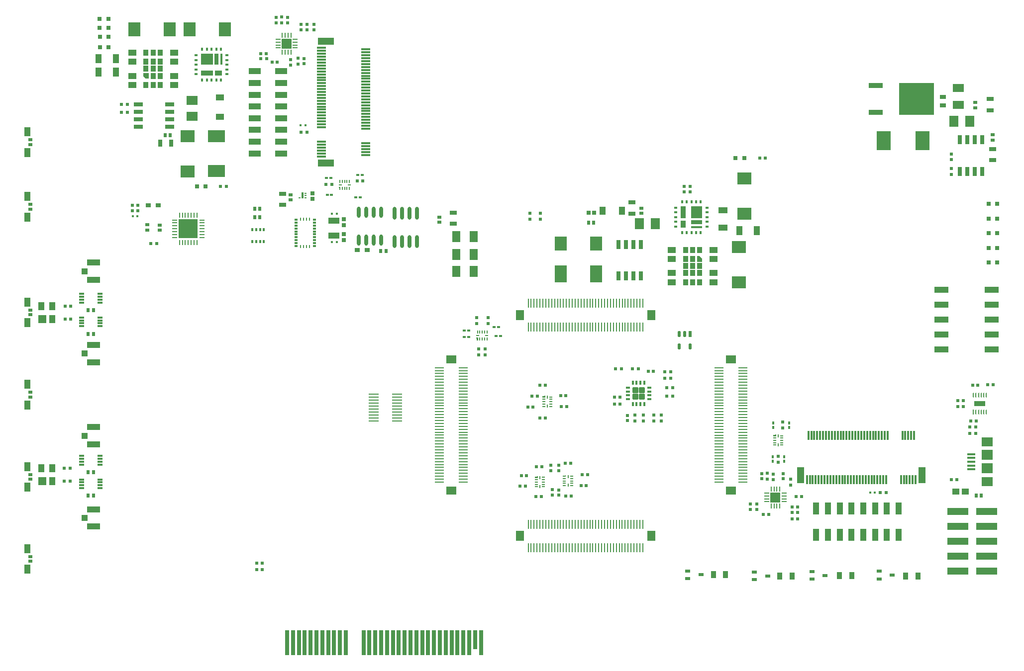
<source format=gtp>
G04*
G04 #@! TF.GenerationSoftware,Altium Limited,Altium Designer,24.4.1 (13)*
G04*
G04 Layer_Color=8421504*
%FSLAX44Y44*%
%MOMM*%
G71*
G04*
G04 #@! TF.SameCoordinates,2DCED30A-1E1E-443F-A63B-21E9B2F13A65*
G04*
G04*
G04 #@! TF.FilePolarity,Positive*
G04*
G01*
G75*
G04:AMPARAMS|DCode=30|XSize=0.939mm|YSize=0.939mm|CornerRadius=0.0517mm|HoleSize=0mm|Usage=FLASHONLY|Rotation=90.000|XOffset=0mm|YOffset=0mm|HoleType=Round|Shape=RoundedRectangle|*
%AMROUNDEDRECTD30*
21,1,0.9390,0.8357,0,0,90.0*
21,1,0.8357,0.9390,0,0,90.0*
1,1,0.1033,0.4179,0.4179*
1,1,0.1033,0.4179,-0.4179*
1,1,0.1033,-0.4179,-0.4179*
1,1,0.1033,-0.4179,0.4179*
%
%ADD30ROUNDEDRECTD30*%
%ADD31R,1.8231X0.9231*%
%ADD32R,0.5000X0.2000*%
%ADD33R,0.2000X0.5000*%
%ADD34R,0.5000X0.2000*%
%ADD35R,0.2000X0.5000*%
%ADD36R,0.9000X0.8000*%
%ADD37R,0.5000X0.6000*%
%ADD38R,0.6000X0.5000*%
%ADD39R,0.9000X1.2000*%
%ADD40R,1.0500X1.6000*%
%ADD41R,1.6000X1.0500*%
%ADD42R,0.6400X0.6000*%
%ADD43R,0.6000X0.6400*%
%ADD44R,1.3000X0.7000*%
%ADD45R,0.7000X1.3000*%
%ADD46R,1.5499X0.2499*%
%ADD47R,1.7000X1.3500*%
%ADD48R,1.3500X1.7000*%
%ADD49R,0.2499X1.5499*%
%ADD50R,0.9000X0.5000*%
%ADD51R,1.0000X0.7200*%
%ADD52R,0.7112X4.1910*%
%ADD53R,0.7112X3.2004*%
%ADD54R,0.5321X1.0383*%
G04:AMPARAMS|DCode=55|XSize=1.0383mm|YSize=0.5321mm|CornerRadius=0.2661mm|HoleSize=0mm|Usage=FLASHONLY|Rotation=270.000|XOffset=0mm|YOffset=0mm|HoleType=Round|Shape=RoundedRectangle|*
%AMROUNDEDRECTD55*
21,1,1.0383,0.0000,0,0,270.0*
21,1,0.5061,0.5321,0,0,270.0*
1,1,0.5321,0.0000,-0.2531*
1,1,0.5321,0.0000,0.2531*
1,1,0.5321,0.0000,0.2531*
1,1,0.5321,0.0000,-0.2531*
%
%ADD55ROUNDEDRECTD55*%
%ADD56O,0.6000X2.2000*%
%ADD57O,0.6000X1.9000*%
%ADD58R,0.4750X0.3500*%
%ADD59R,0.2500X0.4750*%
%ADD60R,0.3500X0.5000*%
%ADD61R,1.8000X0.2500*%
%ADD62R,1.0000X1.4000*%
%ADD63R,1.4000X1.4000*%
%ADD64R,1.1200X2.1050*%
%ADD65R,1.0500X1.0000*%
%ADD66R,2.2000X1.0500*%
%ADD67R,0.9000X0.2600*%
%ADD68R,0.2600X0.9000*%
%ADD69R,3.2500X3.2500*%
%ADD70R,0.8500X0.3000*%
%ADD71R,1.4500X1.9000*%
%ADD72R,1.1000X1.3500*%
%ADD73R,1.9900X2.3300*%
%ADD74R,0.7393X0.6725*%
%ADD75R,1.5000X1.8500*%
%ADD76R,0.9000X1.0000*%
%ADD77C,0.7413*%
%ADD78R,1.4000X1.0000*%
G04:AMPARAMS|DCode=79|XSize=1.55mm|YSize=0.6mm|CornerRadius=0.051mm|HoleSize=0mm|Usage=FLASHONLY|Rotation=90.000|XOffset=0mm|YOffset=0mm|HoleType=Round|Shape=RoundedRectangle|*
%AMROUNDEDRECTD79*
21,1,1.5500,0.4980,0,0,90.0*
21,1,1.4480,0.6000,0,0,90.0*
1,1,0.1020,0.2490,0.7240*
1,1,0.1020,0.2490,-0.7240*
1,1,0.1020,-0.2490,-0.7240*
1,1,0.1020,-0.2490,0.7240*
%
%ADD79ROUNDEDRECTD79*%
%ADD80R,2.4000X3.3000*%
%ADD81R,0.5000X0.5000*%
%ADD82R,1.3061X1.0582*%
%ADD83R,0.4750X0.5000*%
%ADD84R,2.4400X1.1300*%
%ADD85R,0.2225X0.8397*%
G04:AMPARAMS|DCode=86|XSize=0.8397mm|YSize=0.2225mm|CornerRadius=0.1112mm|HoleSize=0mm|Usage=FLASHONLY|Rotation=90.000|XOffset=0mm|YOffset=0mm|HoleType=Round|Shape=RoundedRectangle|*
%AMROUNDEDRECTD86*
21,1,0.8397,0.0000,0,0,90.0*
21,1,0.6172,0.2225,0,0,90.0*
1,1,0.2225,0.0000,0.3086*
1,1,0.2225,0.0000,-0.3086*
1,1,0.2225,0.0000,-0.3086*
1,1,0.2225,0.0000,0.3086*
%
%ADD86ROUNDEDRECTD86*%
%ADD87R,0.4500X0.4500*%
%ADD88R,0.7200X0.7200*%
%ADD89R,3.6800X1.2700*%
G04:AMPARAMS|DCode=90|XSize=0.3mm|YSize=0.75mm|CornerRadius=0.0495mm|HoleSize=0mm|Usage=FLASHONLY|Rotation=180.000|XOffset=0mm|YOffset=0mm|HoleType=Round|Shape=RoundedRectangle|*
%AMROUNDEDRECTD90*
21,1,0.3000,0.6510,0,0,180.0*
21,1,0.2010,0.7500,0,0,180.0*
1,1,0.0990,-0.1005,0.3255*
1,1,0.0990,0.1005,0.3255*
1,1,0.0990,0.1005,-0.3255*
1,1,0.0990,-0.1005,-0.3255*
%
%ADD90ROUNDEDRECTD90*%
G04:AMPARAMS|DCode=91|XSize=0.3mm|YSize=0.75mm|CornerRadius=0.0495mm|HoleSize=0mm|Usage=FLASHONLY|Rotation=90.000|XOffset=0mm|YOffset=0mm|HoleType=Round|Shape=RoundedRectangle|*
%AMROUNDEDRECTD91*
21,1,0.3000,0.6510,0,0,90.0*
21,1,0.2010,0.7500,0,0,90.0*
1,1,0.0990,0.3255,0.1005*
1,1,0.0990,0.3255,-0.1005*
1,1,0.0990,-0.3255,-0.1005*
1,1,0.0990,-0.3255,0.1005*
%
%ADD91ROUNDEDRECTD91*%
%ADD92R,1.9000X1.1000*%
%ADD93R,0.8890X1.2954*%
%ADD94R,0.8890X2.1082*%
%ADD95R,1.8796X2.1082*%
%ADD96R,1.8796X0.6604*%
%ADD97R,1.8796X0.3556*%
%ADD98R,0.3302X0.5080*%
%ADD99R,0.5080X0.3302*%
%ADD100R,1.9000X1.8000*%
%ADD101R,1.3500X0.4000*%
%ADD102R,5.9182X5.5118*%
%ADD103R,2.4892X0.9398*%
%ADD104R,3.0000X2.0000*%
%ADD105R,2.3300X1.9900*%
%ADD106R,0.3000X1.5500*%
%ADD107R,1.2000X2.7500*%
%ADD108R,0.8128X0.2540*%
%ADD109R,0.2540X0.8128*%
%ADD110R,1.8034X1.8034*%
%ADD111R,0.8000X0.8000*%
%ADD112R,0.8000X0.5000*%
%ADD113R,1.0000X1.5000*%
%ADD114R,0.5500X0.5500*%
G04:AMPARAMS|DCode=115|XSize=1.55mm|YSize=0.6mm|CornerRadius=0.051mm|HoleSize=0mm|Usage=FLASHONLY|Rotation=0.000|XOffset=0mm|YOffset=0mm|HoleType=Round|Shape=RoundedRectangle|*
%AMROUNDEDRECTD115*
21,1,1.5500,0.4980,0,0,0.0*
21,1,1.4480,0.6000,0,0,0.0*
1,1,0.1020,0.7240,-0.2490*
1,1,0.1020,-0.7240,-0.2490*
1,1,0.1020,-0.7240,0.2490*
1,1,0.1020,0.7240,0.2490*
%
%ADD115ROUNDEDRECTD115*%
%ADD116R,0.3700X0.2400*%
%ADD117R,0.4000X1.0800*%
%ADD118R,2.1050X1.1200*%
%ADD119R,0.4500X0.5000*%
%ADD120R,0.5500X0.5500*%
%ADD121R,0.5000X0.4500*%
%ADD122R,1.5500X0.3000*%
%ADD123R,2.7500X1.2000*%
%ADD124R,1.2954X0.8890*%
%ADD125R,2.1082X0.8890*%
%ADD126R,2.1082X1.8796*%
%ADD127R,0.6604X1.8796*%
%ADD128R,0.3556X1.8796*%
%ADD129R,2.0000X3.0000*%
%ADD130R,1.8500X1.5000*%
%ADD131R,1.3500X1.1000*%
%ADD132R,0.6725X0.7393*%
%ADD133R,1.9000X1.4500*%
%ADD134R,1.9000X1.5750*%
G36*
X223500Y998000D02*
X219000D01*
X214500Y1002500D01*
Y1008000D01*
X223500D01*
Y998000D01*
D02*
G37*
G36*
X550000Y808500D02*
X548000D01*
Y812000D01*
X547000D01*
Y813500D01*
X550000D01*
Y808500D01*
D02*
G37*
G36*
X1165500Y691500D02*
Y686000D01*
X1156500D01*
Y696000D01*
X1161000D01*
X1165500Y691500D01*
D02*
G37*
G36*
X784000Y552500D02*
X782000D01*
Y556000D01*
X781000D01*
Y557500D01*
X784000D01*
Y552500D01*
D02*
G37*
G36*
X898500Y455000D02*
X893500D01*
Y457000D01*
X897000D01*
Y458000D01*
X898500D01*
Y455000D01*
D02*
G37*
G36*
X1291500Y389000D02*
X1286500D01*
Y391000D01*
X1290000D01*
Y392000D01*
X1291500D01*
Y389000D01*
D02*
G37*
G36*
X933500Y320000D02*
X928500D01*
Y322000D01*
X932000D01*
Y323000D01*
X933500D01*
Y320000D01*
D02*
G37*
G36*
X885500Y318000D02*
X880500D01*
Y320000D01*
X884000D01*
Y321000D01*
X885500D01*
Y318000D01*
D02*
G37*
D30*
X1051305Y467695D02*
D03*
Y456305D02*
D03*
X1062695D02*
D03*
Y467695D02*
D03*
D31*
X1637751Y444846D02*
D03*
D32*
X564500Y817000D02*
D03*
X549500Y817000D02*
D03*
X798499Y561001D02*
D03*
X783501Y560999D02*
D03*
D33*
X553000Y811000D02*
D03*
X557000D02*
D03*
X561000D02*
D03*
X565000Y811000D02*
D03*
X565000Y823000D02*
D03*
X561000Y822999D02*
D03*
X557000D02*
D03*
X553000D02*
D03*
X549001Y823000D02*
D03*
X787000Y555000D02*
D03*
X791000D02*
D03*
X795000D02*
D03*
X799000Y555000D02*
D03*
X799000Y567000D02*
D03*
X795000Y567000D02*
D03*
X791000D02*
D03*
X787000D02*
D03*
X783000Y567000D02*
D03*
D34*
X1301000Y390000D02*
D03*
Y386000D02*
D03*
Y382000D02*
D03*
Y378000D02*
D03*
Y374000D02*
D03*
X1289000D02*
D03*
Y378000D02*
D03*
Y382000D02*
D03*
Y386000D02*
D03*
X908000Y456000D02*
D03*
Y452000D02*
D03*
Y448000D02*
D03*
Y444000D02*
D03*
Y440000D02*
D03*
X896000D02*
D03*
Y444000D02*
D03*
Y448000D02*
D03*
Y452000D02*
D03*
X943000Y321000D02*
D03*
Y317000D02*
D03*
Y313000D02*
D03*
Y309000D02*
D03*
Y305000D02*
D03*
X931000D02*
D03*
Y309000D02*
D03*
Y313000D02*
D03*
Y317000D02*
D03*
X895000Y319000D02*
D03*
Y315000D02*
D03*
Y311000D02*
D03*
Y307000D02*
D03*
Y303000D02*
D03*
X883000D02*
D03*
Y307000D02*
D03*
Y311000D02*
D03*
Y315000D02*
D03*
D35*
X1295000Y389500D02*
D03*
Y374500D02*
D03*
X902000Y455500D02*
D03*
Y440500D02*
D03*
X937000Y320500D02*
D03*
Y305500D02*
D03*
X889000Y318500D02*
D03*
Y303500D02*
D03*
D36*
X578500Y706000D02*
D03*
X595500D02*
D03*
X239853Y782525D02*
D03*
X222853D02*
D03*
D37*
X578000Y824000D02*
D03*
X588000D02*
D03*
X535000Y818000D02*
D03*
X525000D02*
D03*
X424000Y1032000D02*
D03*
X414000D02*
D03*
X1318000Y259000D02*
D03*
X1328000D02*
D03*
X1047000Y504000D02*
D03*
X1057000D02*
D03*
X1028000D02*
D03*
X1018000D02*
D03*
X1105000Y472000D02*
D03*
X1115000D02*
D03*
X1105000Y457000D02*
D03*
X1115000D02*
D03*
X1102000Y499000D02*
D03*
X1112000D02*
D03*
X1102000Y488000D02*
D03*
X1112000D02*
D03*
X195353Y782525D02*
D03*
X205353D02*
D03*
X195353Y773525D02*
D03*
X205353D02*
D03*
X1273000Y863000D02*
D03*
X1263000D02*
D03*
X356000Y815000D02*
D03*
X346000D02*
D03*
X1632000Y415000D02*
D03*
X1622000D02*
D03*
X493000Y907000D02*
D03*
X483000D02*
D03*
X90000Y313000D02*
D03*
X80000D02*
D03*
X91000Y589000D02*
D03*
X81000D02*
D03*
X90000Y335000D02*
D03*
X80000D02*
D03*
X91000Y611000D02*
D03*
X81000D02*
D03*
X1478000Y293000D02*
D03*
X1468000D02*
D03*
X187000Y954000D02*
D03*
X177000D02*
D03*
X187000Y941000D02*
D03*
X177000D02*
D03*
X407000Y162000D02*
D03*
X417000D02*
D03*
X407000Y173000D02*
D03*
X417000D02*
D03*
X227000Y717000D02*
D03*
X237000D02*
D03*
D38*
X1295000Y355000D02*
D03*
Y345000D02*
D03*
X1302000Y403000D02*
D03*
Y413000D02*
D03*
X478000Y1033000D02*
D03*
Y1023000D02*
D03*
X493000Y1081000D02*
D03*
Y1091000D02*
D03*
X1258000Y274000D02*
D03*
Y264000D02*
D03*
X450000Y1093000D02*
D03*
Y1103000D02*
D03*
X1316000Y306000D02*
D03*
Y316000D02*
D03*
X1276000Y316000D02*
D03*
Y326000D02*
D03*
X796000Y528000D02*
D03*
Y538000D02*
D03*
X801000Y591000D02*
D03*
Y581000D02*
D03*
X785000Y528000D02*
D03*
Y538000D02*
D03*
X782000Y591000D02*
D03*
Y581000D02*
D03*
X1065000Y425000D02*
D03*
Y415000D02*
D03*
X1051000Y425000D02*
D03*
Y415000D02*
D03*
X1096000Y425000D02*
D03*
Y415000D02*
D03*
X1083000Y425000D02*
D03*
Y415000D02*
D03*
X1135000Y805000D02*
D03*
Y815000D02*
D03*
X890000Y769000D02*
D03*
Y759000D02*
D03*
X872000Y769000D02*
D03*
Y759000D02*
D03*
X1145000Y815000D02*
D03*
Y805000D02*
D03*
X1589000Y845000D02*
D03*
Y835000D02*
D03*
Y860000D02*
D03*
Y870000D02*
D03*
D39*
X1398700Y152007D02*
D03*
X1419700D02*
D03*
X1511700Y151007D02*
D03*
X1532700D02*
D03*
X1297360Y151186D02*
D03*
X1318360D02*
D03*
X1184360Y153186D02*
D03*
X1205360D02*
D03*
D40*
X1228492Y739000D02*
D03*
X1257992D02*
D03*
X167750Y1032000D02*
D03*
X138250D02*
D03*
X167750Y1009000D02*
D03*
X138250D02*
D03*
D41*
X1201000Y744250D02*
D03*
Y773750D02*
D03*
D42*
X221000Y749400D02*
D03*
Y740600D02*
D03*
X465000Y800400D02*
D03*
Y791600D02*
D03*
X1062000Y777400D02*
D03*
Y768600D02*
D03*
X717827Y753335D02*
D03*
Y762135D02*
D03*
X242000Y749000D02*
D03*
Y740200D02*
D03*
X1630000Y948600D02*
D03*
Y957400D02*
D03*
X1660000Y893600D02*
D03*
Y902400D02*
D03*
D43*
X980761Y752500D02*
D03*
X971961D02*
D03*
X1640400Y288000D02*
D03*
X1631600D02*
D03*
X129400Y563000D02*
D03*
X120600D02*
D03*
X129400Y288000D02*
D03*
X120600D02*
D03*
X129400Y328000D02*
D03*
X120600D02*
D03*
X129400Y604000D02*
D03*
X120600D02*
D03*
X412686Y776425D02*
D03*
X403886D02*
D03*
X412848Y761987D02*
D03*
X404048D02*
D03*
X627150Y704250D02*
D03*
X618350D02*
D03*
X260400Y902000D02*
D03*
X251600D02*
D03*
D44*
X1046000Y787500D02*
D03*
Y768500D02*
D03*
X1660000Y859370D02*
D03*
Y878370D02*
D03*
X451500Y783000D02*
D03*
Y802000D02*
D03*
X741638Y770000D02*
D03*
Y751000D02*
D03*
X1655000Y944500D02*
D03*
Y963500D02*
D03*
D45*
X243000Y888500D02*
D03*
X262000D02*
D03*
D46*
X1234624Y315932D02*
D03*
X1194126Y450930D02*
D03*
Y315932D02*
D03*
Y310930D02*
D03*
X1234624D02*
D03*
Y335932D02*
D03*
Y360930D02*
D03*
Y385932D02*
D03*
Y410930D02*
D03*
Y435931D02*
D03*
Y460930D02*
D03*
Y485931D02*
D03*
X1194126Y335932D02*
D03*
Y360930D02*
D03*
Y385932D02*
D03*
Y410930D02*
D03*
Y435931D02*
D03*
Y460930D02*
D03*
Y485931D02*
D03*
Y320930D02*
D03*
X1234624D02*
D03*
X1194126Y455931D02*
D03*
X1234624Y420930D02*
D03*
Y405932D02*
D03*
X1194126Y465931D02*
D03*
X1234624Y505931D02*
D03*
X1194126Y480930D02*
D03*
Y505931D02*
D03*
Y490930D02*
D03*
X1234624Y390930D02*
D03*
Y425932D02*
D03*
Y500930D02*
D03*
X1194126Y495931D02*
D03*
X1234624Y395932D02*
D03*
Y480930D02*
D03*
Y465931D02*
D03*
Y490930D02*
D03*
Y415932D02*
D03*
Y400930D02*
D03*
Y430930D02*
D03*
Y445931D02*
D03*
Y450930D02*
D03*
Y475931D02*
D03*
Y440930D02*
D03*
X1194126Y500930D02*
D03*
X1234624Y495931D02*
D03*
X1194126Y475931D02*
D03*
X1234624Y375932D02*
D03*
Y380930D02*
D03*
Y470930D02*
D03*
Y455931D02*
D03*
X1194126Y440930D02*
D03*
Y445931D02*
D03*
X1234624Y345932D02*
D03*
X1194126Y405932D02*
D03*
Y395932D02*
D03*
X1234624Y330930D02*
D03*
X1194126Y420930D02*
D03*
Y380930D02*
D03*
Y370930D02*
D03*
Y350930D02*
D03*
X1234624Y340930D02*
D03*
Y365932D02*
D03*
X1194126Y415932D02*
D03*
Y470930D02*
D03*
Y340930D02*
D03*
Y330930D02*
D03*
X1234624Y325932D02*
D03*
Y355932D02*
D03*
Y370930D02*
D03*
Y350930D02*
D03*
X1194126Y390930D02*
D03*
Y400930D02*
D03*
Y345932D02*
D03*
Y375932D02*
D03*
Y355932D02*
D03*
Y325932D02*
D03*
Y365932D02*
D03*
Y430930D02*
D03*
Y425932D02*
D03*
X717899Y500955D02*
D03*
X758397Y365956D02*
D03*
Y500955D02*
D03*
Y505956D02*
D03*
X717899D02*
D03*
Y480955D02*
D03*
Y455956D02*
D03*
Y430955D02*
D03*
Y405956D02*
D03*
Y380955D02*
D03*
Y355956D02*
D03*
Y330955D02*
D03*
X758397Y480955D02*
D03*
Y455956D02*
D03*
Y430955D02*
D03*
Y405956D02*
D03*
Y380955D02*
D03*
Y355956D02*
D03*
Y330955D02*
D03*
Y495956D02*
D03*
X717899D02*
D03*
X758397Y360955D02*
D03*
X717899Y395956D02*
D03*
Y410955D02*
D03*
X758397Y350955D02*
D03*
X717899Y310955D02*
D03*
X758397Y335956D02*
D03*
Y310955D02*
D03*
Y325956D02*
D03*
X717899Y425956D02*
D03*
Y390955D02*
D03*
Y315956D02*
D03*
X758397Y320955D02*
D03*
X717899Y420955D02*
D03*
Y335956D02*
D03*
Y350955D02*
D03*
Y325956D02*
D03*
Y400955D02*
D03*
Y415956D02*
D03*
Y385956D02*
D03*
Y370955D02*
D03*
Y365956D02*
D03*
Y340955D02*
D03*
Y375956D02*
D03*
X758397Y315956D02*
D03*
X717899Y320955D02*
D03*
X758397Y340955D02*
D03*
X717899Y440955D02*
D03*
Y435956D02*
D03*
Y345956D02*
D03*
Y360955D02*
D03*
X758397Y375956D02*
D03*
Y370955D02*
D03*
X717899Y470955D02*
D03*
X758397Y410955D02*
D03*
Y420955D02*
D03*
X717899Y485956D02*
D03*
X758397Y395956D02*
D03*
Y435956D02*
D03*
Y445956D02*
D03*
Y465956D02*
D03*
X717899Y475956D02*
D03*
Y450955D02*
D03*
X758397Y400955D02*
D03*
Y345956D02*
D03*
Y475956D02*
D03*
Y485956D02*
D03*
X717899Y490955D02*
D03*
Y460955D02*
D03*
Y445956D02*
D03*
Y465956D02*
D03*
X758397Y425956D02*
D03*
Y415956D02*
D03*
Y470955D02*
D03*
Y440955D02*
D03*
Y460955D02*
D03*
Y490955D02*
D03*
Y450955D02*
D03*
Y385956D02*
D03*
Y390955D02*
D03*
D47*
X1214261Y296693D02*
D03*
Y520193D02*
D03*
X738261D02*
D03*
Y296693D02*
D03*
D48*
X855011Y595193D02*
D03*
X1078511D02*
D03*
Y219193D02*
D03*
X855011D02*
D03*
D49*
X949273Y575058D02*
D03*
X944274D02*
D03*
X1009273D02*
D03*
X1049273D02*
D03*
X1019273D02*
D03*
X999273D02*
D03*
X1029273D02*
D03*
X974274D02*
D03*
X984274D02*
D03*
X1024274Y615556D02*
D03*
X1004274D02*
D03*
X1019273D02*
D03*
X1049273D02*
D03*
X1044274Y575058D02*
D03*
X1034274D02*
D03*
X904275D02*
D03*
X959273D02*
D03*
X1009273Y615556D02*
D03*
X1034274D02*
D03*
X1024274Y575058D02*
D03*
X1004274D02*
D03*
X994274D02*
D03*
X954274D02*
D03*
X1044274Y615556D02*
D03*
X979273Y575058D02*
D03*
X969273D02*
D03*
X1029273Y615556D02*
D03*
X929273Y575058D02*
D03*
X934274D02*
D03*
X919273Y615556D02*
D03*
X904275D02*
D03*
X994274D02*
D03*
X999273D02*
D03*
X899273Y575058D02*
D03*
X879273Y615556D02*
D03*
X874275Y575058D02*
D03*
X934274Y615556D02*
D03*
X899273D02*
D03*
X924274D02*
D03*
X929273D02*
D03*
X944274D02*
D03*
X974274D02*
D03*
X959273D02*
D03*
X884275D02*
D03*
X909273D02*
D03*
X894275D02*
D03*
X979273D02*
D03*
X879273Y575058D02*
D03*
X874275Y615556D02*
D03*
X949273D02*
D03*
X984274D02*
D03*
X884275Y575058D02*
D03*
X869273D02*
D03*
X894275D02*
D03*
X869273Y615556D02*
D03*
X909273Y575058D02*
D03*
X969273Y615556D02*
D03*
X954274D02*
D03*
X919273Y575058D02*
D03*
X1054274Y615556D02*
D03*
Y575058D02*
D03*
X889273D02*
D03*
X914274D02*
D03*
X939273D02*
D03*
X964274D02*
D03*
X989273D02*
D03*
X1014274D02*
D03*
X1039273D02*
D03*
X889273Y615556D02*
D03*
X914274D02*
D03*
X939273D02*
D03*
X964274D02*
D03*
X989273D02*
D03*
X1014274D02*
D03*
X1039273D02*
D03*
X1064274D02*
D03*
Y575058D02*
D03*
X1059273D02*
D03*
X924274D02*
D03*
X1059273Y615556D02*
D03*
X984249Y239329D02*
D03*
X989248D02*
D03*
X924250D02*
D03*
X884250D02*
D03*
X914250D02*
D03*
X934250D02*
D03*
X904250D02*
D03*
X959248D02*
D03*
X949248D02*
D03*
X909248Y198831D02*
D03*
X929248D02*
D03*
X914250D02*
D03*
X884250D02*
D03*
X889249Y239329D02*
D03*
X899248D02*
D03*
X1029248D02*
D03*
X974250D02*
D03*
X924250Y198831D02*
D03*
X899248D02*
D03*
X909248Y239329D02*
D03*
X929248D02*
D03*
X939248D02*
D03*
X979248D02*
D03*
X889249Y198831D02*
D03*
X954250Y239329D02*
D03*
X964250D02*
D03*
X904250Y198831D02*
D03*
X1004249Y239329D02*
D03*
X999248D02*
D03*
X1014249Y198831D02*
D03*
X1029248D02*
D03*
X939248D02*
D03*
X934250D02*
D03*
X1034249Y239329D02*
D03*
X1054249Y198831D02*
D03*
X1059248Y239329D02*
D03*
X999248Y198831D02*
D03*
X1034249D02*
D03*
X1009248D02*
D03*
X1004249D02*
D03*
X989248D02*
D03*
X959248D02*
D03*
X974250D02*
D03*
X1049248D02*
D03*
X1024249D02*
D03*
X1039248D02*
D03*
X954250D02*
D03*
X1054249Y239329D02*
D03*
X1059248Y198831D02*
D03*
X984249D02*
D03*
X949248D02*
D03*
X1049248Y239329D02*
D03*
X1064249D02*
D03*
X1039248D02*
D03*
X1064249Y198831D02*
D03*
X1024249Y239329D02*
D03*
X964250Y198831D02*
D03*
X979248D02*
D03*
X1014249Y239329D02*
D03*
X879249Y198831D02*
D03*
Y239329D02*
D03*
X1044249D02*
D03*
X1019248D02*
D03*
X994249D02*
D03*
X969248D02*
D03*
X944250D02*
D03*
X919248D02*
D03*
X894250D02*
D03*
X1044249Y198831D02*
D03*
X1019248D02*
D03*
X994249D02*
D03*
X969248D02*
D03*
X944250D02*
D03*
X919248D02*
D03*
X894250D02*
D03*
X869249D02*
D03*
Y239329D02*
D03*
X874250D02*
D03*
X1009248D02*
D03*
X874250Y198831D02*
D03*
D50*
X1351950Y158507D02*
D03*
Y145507D02*
D03*
X1374450Y152007D02*
D03*
X1163110Y153186D02*
D03*
X1140610Y146686D02*
D03*
Y159686D02*
D03*
X1276860Y151186D02*
D03*
X1254360Y144686D02*
D03*
Y157686D02*
D03*
X1488700Y152507D02*
D03*
X1466200Y146007D02*
D03*
Y159007D02*
D03*
D51*
X1575000Y953100D02*
D03*
Y966900D02*
D03*
D52*
X649000Y37376D02*
D03*
X629000D02*
D03*
X599000D02*
D03*
X719000D02*
D03*
X489000D02*
D03*
X519000D02*
D03*
X679000D02*
D03*
X689000D02*
D03*
X729000D02*
D03*
X759000D02*
D03*
X559000D02*
D03*
X509000D02*
D03*
X499000D02*
D03*
X769000D02*
D03*
X589000D02*
D03*
X539000D02*
D03*
X549000D02*
D03*
X609000D02*
D03*
X619000D02*
D03*
X659000D02*
D03*
X669000D02*
D03*
X699000D02*
D03*
X709000D02*
D03*
X739000D02*
D03*
X749000D02*
D03*
X639000D02*
D03*
X529000D02*
D03*
X459000D02*
D03*
X469000D02*
D03*
X479000D02*
D03*
X789000D02*
D03*
D53*
X779000Y42329D02*
D03*
D54*
X1145000Y563324D02*
D03*
D55*
X1126000D02*
D03*
X1145000Y542000D02*
D03*
X1126000D02*
D03*
X1135500Y563324D02*
D03*
D56*
X680050Y769000D02*
D03*
X667350D02*
D03*
X654650D02*
D03*
X641950D02*
D03*
X680050Y721000D02*
D03*
X667350D02*
D03*
X654650D02*
D03*
X641950D02*
D03*
D57*
X619050Y770500D02*
D03*
X606350D02*
D03*
X593650D02*
D03*
X580950D02*
D03*
X619050Y723500D02*
D03*
X606350D02*
D03*
X593650D02*
D03*
X580950D02*
D03*
D58*
X473966Y758000D02*
D03*
Y753000D02*
D03*
Y748000D02*
D03*
Y743000D02*
D03*
Y738000D02*
D03*
Y733000D02*
D03*
Y728000D02*
D03*
Y723000D02*
D03*
Y718000D02*
D03*
Y713000D02*
D03*
X505216Y718000D02*
D03*
Y723000D02*
D03*
Y728000D02*
D03*
Y733000D02*
D03*
Y738000D02*
D03*
Y743000D02*
D03*
Y748000D02*
D03*
Y758000D02*
D03*
Y753000D02*
D03*
Y713000D02*
D03*
D59*
X497091Y758625D02*
D03*
X487091D02*
D03*
X482091D02*
D03*
Y712375D02*
D03*
X487091D02*
D03*
X492091D02*
D03*
Y758625D02*
D03*
X497091Y712375D02*
D03*
D60*
X413071Y720741D02*
D03*
X419571D02*
D03*
Y741241D02*
D03*
X413071D02*
D03*
X406571D02*
D03*
X400071D02*
D03*
X406571Y720741D02*
D03*
X400071D02*
D03*
D61*
X606350Y460913D02*
D03*
X646350D02*
D03*
Y455833D02*
D03*
X606350D02*
D03*
X646350Y450753D02*
D03*
X606350D02*
D03*
X646350Y445673D02*
D03*
X606350D02*
D03*
X646350Y440593D02*
D03*
X606350D02*
D03*
X646350Y435513D02*
D03*
X606350D02*
D03*
X646350Y430433D02*
D03*
X606350D02*
D03*
X646350Y425353D02*
D03*
X606350D02*
D03*
X646350Y420273D02*
D03*
X606350D02*
D03*
X646350Y415193D02*
D03*
X606350D02*
D03*
Y460913D02*
D03*
X646350D02*
D03*
Y455833D02*
D03*
X606350D02*
D03*
X646350Y450753D02*
D03*
X606350D02*
D03*
X646350Y445673D02*
D03*
X606350D02*
D03*
X646350Y440593D02*
D03*
X606350D02*
D03*
X646350Y435513D02*
D03*
X606350D02*
D03*
X646350Y430433D02*
D03*
X606350D02*
D03*
X646350Y425353D02*
D03*
X606350D02*
D03*
X646350Y420273D02*
D03*
X606350D02*
D03*
X646350Y415193D02*
D03*
X606350D02*
D03*
D62*
X40500Y335000D02*
D03*
X59500D02*
D03*
Y313000D02*
D03*
Y589000D02*
D03*
Y611000D02*
D03*
X40500D02*
D03*
D63*
X42500Y313000D02*
D03*
Y589000D02*
D03*
D64*
X1439376Y266000D02*
D03*
X1459376D02*
D03*
X1479376D02*
D03*
X1499376D02*
D03*
X1439376Y221550D02*
D03*
X1479376D02*
D03*
X1459376D02*
D03*
X1499376D02*
D03*
X1359376Y266000D02*
D03*
X1459376D02*
D03*
X1479376D02*
D03*
X1499376D02*
D03*
X1439376Y221550D02*
D03*
X1479376D02*
D03*
X1459376D02*
D03*
X1499376D02*
D03*
X1359376D02*
D03*
X1419376D02*
D03*
X1399376D02*
D03*
X1379376D02*
D03*
X1439376Y266000D02*
D03*
X1419376D02*
D03*
X1399376D02*
D03*
X1379376D02*
D03*
D65*
X114750Y250000D02*
D03*
Y530000D02*
D03*
Y390000D02*
D03*
Y670000D02*
D03*
D66*
X130000Y235250D02*
D03*
Y264750D02*
D03*
Y515250D02*
D03*
Y544750D02*
D03*
Y404750D02*
D03*
Y375250D02*
D03*
Y684750D02*
D03*
Y655250D02*
D03*
D67*
X267603Y727525D02*
D03*
Y732525D02*
D03*
Y757525D02*
D03*
Y752525D02*
D03*
Y747525D02*
D03*
Y742525D02*
D03*
Y737525D02*
D03*
X314103Y727525D02*
D03*
Y732525D02*
D03*
Y737525D02*
D03*
Y742525D02*
D03*
Y747525D02*
D03*
Y752525D02*
D03*
Y757525D02*
D03*
D68*
X275853Y719275D02*
D03*
X280853D02*
D03*
X285853D02*
D03*
X290853D02*
D03*
X295853D02*
D03*
X300853D02*
D03*
X305853D02*
D03*
X305853Y765775D02*
D03*
X300853D02*
D03*
X295853D02*
D03*
X290853D02*
D03*
X285853D02*
D03*
X280853D02*
D03*
X275853D02*
D03*
D69*
X290853Y742525D02*
D03*
D70*
X140750Y300500D02*
D03*
Y305500D02*
D03*
Y310500D02*
D03*
Y315500D02*
D03*
X109250D02*
D03*
Y310500D02*
D03*
Y305500D02*
D03*
Y300500D02*
D03*
Y616500D02*
D03*
Y621500D02*
D03*
Y626500D02*
D03*
Y631500D02*
D03*
X140750D02*
D03*
Y626500D02*
D03*
Y621500D02*
D03*
Y616500D02*
D03*
Y576500D02*
D03*
Y581500D02*
D03*
Y586500D02*
D03*
Y591500D02*
D03*
X109250D02*
D03*
Y586500D02*
D03*
Y581500D02*
D03*
Y576500D02*
D03*
X140750Y340500D02*
D03*
Y345500D02*
D03*
Y350500D02*
D03*
Y355500D02*
D03*
X109250D02*
D03*
Y350500D02*
D03*
Y345500D02*
D03*
Y340500D02*
D03*
D71*
X746750Y669500D02*
D03*
X776250D02*
D03*
X746750Y729500D02*
D03*
X776250D02*
D03*
Y698500D02*
D03*
X746750D02*
D03*
D72*
X1028500Y773000D02*
D03*
X995500D02*
D03*
D73*
X924800Y717000D02*
D03*
X985000D02*
D03*
X353100Y1082000D02*
D03*
X292900D02*
D03*
X259100Y1082000D02*
D03*
X198900D02*
D03*
D74*
X981027Y769500D02*
D03*
X971695D02*
D03*
D75*
X1058750Y751000D02*
D03*
X1085250D02*
D03*
X1593750Y926000D02*
D03*
X1620250D02*
D03*
D76*
X1137000Y691000D02*
D03*
X1149000D02*
D03*
X1137000Y667000D02*
D03*
X1149000D02*
D03*
X1161000D02*
D03*
X1137000Y679000D02*
D03*
X1149000D02*
D03*
X1161000D02*
D03*
Y651500D02*
D03*
X1149000D02*
D03*
X1137000D02*
D03*
Y706500D02*
D03*
X1149000D02*
D03*
X1161000D02*
D03*
X243000Y1003000D02*
D03*
Y1027000D02*
D03*
X231000D02*
D03*
X219000D02*
D03*
X243000Y1015000D02*
D03*
X219000D02*
D03*
Y1042500D02*
D03*
X231000D02*
D03*
X243000D02*
D03*
Y987500D02*
D03*
X231000D02*
D03*
X219000D02*
D03*
X231000Y1015000D02*
D03*
Y1003000D02*
D03*
D77*
X1160620Y690556D02*
D03*
X219380Y1003444D02*
D03*
D78*
X1113500Y651500D02*
D03*
Y667000D02*
D03*
Y691000D02*
D03*
Y706500D02*
D03*
X1184500Y667000D02*
D03*
Y651500D02*
D03*
Y691000D02*
D03*
Y706500D02*
D03*
X266500Y1042500D02*
D03*
Y1027000D02*
D03*
Y1003000D02*
D03*
Y987500D02*
D03*
X195500Y1027000D02*
D03*
Y1042500D02*
D03*
Y1003000D02*
D03*
Y987500D02*
D03*
D79*
X1022630Y662000D02*
D03*
X1035330D02*
D03*
X1060730Y716000D02*
D03*
X1048030D02*
D03*
X1035330D02*
D03*
X1022630D02*
D03*
X1048030Y662000D02*
D03*
X1060730D02*
D03*
X1642050Y840000D02*
D03*
X1629350D02*
D03*
X1603950Y894000D02*
D03*
X1616650D02*
D03*
X1629350D02*
D03*
X1642050D02*
D03*
X1616650Y840000D02*
D03*
X1603950D02*
D03*
D80*
X1474000Y893000D02*
D03*
X1540000D02*
D03*
D81*
X1631000Y394000D02*
D03*
X1621000D02*
D03*
X1589000Y315000D02*
D03*
X1599000D02*
D03*
D82*
X1597239Y295000D02*
D03*
X1612761D02*
D03*
D83*
X1620875Y405000D02*
D03*
X1631125D02*
D03*
D84*
X1658000Y536700D02*
D03*
Y562100D02*
D03*
Y587500D02*
D03*
Y612900D02*
D03*
Y638300D02*
D03*
X1572000D02*
D03*
Y612900D02*
D03*
Y587500D02*
D03*
Y562100D02*
D03*
Y536700D02*
D03*
D85*
X1626500Y430690D02*
D03*
D86*
X1631000D02*
D03*
X1635500D02*
D03*
X1640000D02*
D03*
X1644500D02*
D03*
X1649000D02*
D03*
Y459000D02*
D03*
X1644500D02*
D03*
X1640000D02*
D03*
X1635500D02*
D03*
X1631000D02*
D03*
X1626500D02*
D03*
D87*
X204353Y763525D02*
D03*
X196353D02*
D03*
X482000Y919000D02*
D03*
X490000D02*
D03*
X1459000Y293000D02*
D03*
X1451000D02*
D03*
X535591Y719500D02*
D03*
X543591D02*
D03*
X535591Y768500D02*
D03*
X543591D02*
D03*
D88*
X555591Y748400D02*
D03*
Y758600D02*
D03*
Y733600D02*
D03*
Y723400D02*
D03*
D89*
X1600250Y260800D02*
D03*
Y235400D02*
D03*
Y210000D02*
D03*
Y184600D02*
D03*
Y159200D02*
D03*
X1649750D02*
D03*
Y260800D02*
D03*
Y235400D02*
D03*
Y210000D02*
D03*
Y184600D02*
D03*
D90*
X1047250Y443750D02*
D03*
X1053750D02*
D03*
X1060250D02*
D03*
X1066750D02*
D03*
Y480250D02*
D03*
X1060250D02*
D03*
X1053750D02*
D03*
X1047250D02*
D03*
D91*
X1075250Y452250D02*
D03*
Y458750D02*
D03*
Y465250D02*
D03*
Y471750D02*
D03*
X1038750D02*
D03*
Y465250D02*
D03*
Y458750D02*
D03*
Y452250D02*
D03*
D92*
X538591Y756000D02*
D03*
Y731000D02*
D03*
D93*
X1133000Y750250D02*
D03*
D94*
Y770250D02*
D03*
D95*
X1156100D02*
D03*
D96*
Y753650D02*
D03*
D97*
Y745550D02*
D03*
D98*
X1163000Y735834D02*
D03*
X1155000D02*
D03*
X1147000D02*
D03*
X1139000D02*
D03*
X1131000D02*
D03*
Y788666D02*
D03*
X1139000D02*
D03*
X1147000D02*
D03*
X1155000D02*
D03*
X1163000D02*
D03*
X346416Y995584D02*
D03*
X338416D02*
D03*
X330416D02*
D03*
X322416D02*
D03*
X314416D02*
D03*
Y1048416D02*
D03*
X322416D02*
D03*
X330416D02*
D03*
X338416D02*
D03*
X346416D02*
D03*
D99*
X1120584Y746250D02*
D03*
Y754250D02*
D03*
Y762250D02*
D03*
Y770250D02*
D03*
Y778250D02*
D03*
X1173416D02*
D03*
Y770250D02*
D03*
Y762250D02*
D03*
Y754250D02*
D03*
Y746250D02*
D03*
X356832Y1038000D02*
D03*
Y1030000D02*
D03*
Y1022000D02*
D03*
Y1014000D02*
D03*
Y1006000D02*
D03*
X304000D02*
D03*
Y1014000D02*
D03*
Y1022000D02*
D03*
Y1030000D02*
D03*
Y1038000D02*
D03*
D100*
X1650000Y357250D02*
D03*
Y334250D02*
D03*
D101*
X1623250Y332750D02*
D03*
Y339250D02*
D03*
Y358750D02*
D03*
Y345750D02*
D03*
Y352250D02*
D03*
D102*
X1529653Y964000D02*
D03*
D103*
X1460438Y941140D02*
D03*
Y986860D02*
D03*
D104*
X339124Y840590D02*
D03*
Y900590D02*
D03*
D105*
X1228000Y650900D02*
D03*
Y711100D02*
D03*
X1237000Y767900D02*
D03*
Y828100D02*
D03*
X290000Y900100D02*
D03*
Y839900D02*
D03*
D106*
X1528500Y315000D02*
D03*
X1523500D02*
D03*
X1518500D02*
D03*
X1513500D02*
D03*
X1508500D02*
D03*
X1503500D02*
D03*
X1526000Y390500D02*
D03*
X1521000D02*
D03*
X1516000D02*
D03*
X1511000D02*
D03*
X1506000D02*
D03*
X1478500Y315000D02*
D03*
X1476000Y390500D02*
D03*
X1473500Y315000D02*
D03*
X1471000Y390500D02*
D03*
X1468500Y315000D02*
D03*
X1466000Y390500D02*
D03*
X1463500Y315000D02*
D03*
X1461000Y390500D02*
D03*
X1458500Y315000D02*
D03*
X1456000Y390500D02*
D03*
X1453500Y315000D02*
D03*
X1451000Y390500D02*
D03*
X1448500Y315000D02*
D03*
X1446000Y390500D02*
D03*
X1443500Y315000D02*
D03*
X1441000Y390500D02*
D03*
X1438500Y315000D02*
D03*
X1436000Y390500D02*
D03*
X1433500Y315000D02*
D03*
X1431000Y390500D02*
D03*
X1428500Y315000D02*
D03*
X1426000Y390500D02*
D03*
X1423500Y315000D02*
D03*
X1421000Y390500D02*
D03*
X1418500Y315000D02*
D03*
X1416000Y390500D02*
D03*
X1413500Y315000D02*
D03*
X1411000Y390500D02*
D03*
X1408500Y315000D02*
D03*
X1406000Y390500D02*
D03*
X1403500Y315000D02*
D03*
X1401000Y390500D02*
D03*
X1398500Y315000D02*
D03*
X1396000Y390500D02*
D03*
X1393500Y315000D02*
D03*
X1391000Y390500D02*
D03*
X1388500Y315000D02*
D03*
X1386000Y390500D02*
D03*
X1383500Y315000D02*
D03*
X1381000Y390500D02*
D03*
X1378500Y315000D02*
D03*
X1376000Y390500D02*
D03*
X1373500Y315000D02*
D03*
X1371000Y390500D02*
D03*
X1368500Y315000D02*
D03*
X1366000Y390500D02*
D03*
X1363500Y315000D02*
D03*
X1361000Y390500D02*
D03*
X1358500Y315000D02*
D03*
X1356000Y390500D02*
D03*
X1353500Y315000D02*
D03*
X1351000Y390500D02*
D03*
X1348500Y315000D02*
D03*
X1346000Y390500D02*
D03*
X1343500Y315000D02*
D03*
X1481000Y390500D02*
D03*
D107*
X1539500Y322750D02*
D03*
X1332500D02*
D03*
D108*
X443522Y1065500D02*
D03*
Y1060500D02*
D03*
Y1055500D02*
D03*
Y1050500D02*
D03*
X472478D02*
D03*
Y1055500D02*
D03*
Y1060500D02*
D03*
Y1065500D02*
D03*
X1304478Y292500D02*
D03*
Y287500D02*
D03*
Y282500D02*
D03*
Y277500D02*
D03*
X1275522D02*
D03*
Y282500D02*
D03*
Y287500D02*
D03*
Y292500D02*
D03*
D109*
X450500Y1043522D02*
D03*
X455500D02*
D03*
X460500D02*
D03*
X465500D02*
D03*
Y1072478D02*
D03*
X460500D02*
D03*
X455500D02*
D03*
X450500D02*
D03*
X1282500Y299478D02*
D03*
X1287500D02*
D03*
X1292500D02*
D03*
X1297500D02*
D03*
Y270522D02*
D03*
X1292500D02*
D03*
X1287500D02*
D03*
X1282500D02*
D03*
D110*
X458000Y1058000D02*
D03*
X1290000Y285000D02*
D03*
D111*
X1652500Y785000D02*
D03*
X1667500D02*
D03*
Y735000D02*
D03*
X1652500D02*
D03*
X1667500Y710000D02*
D03*
X1652500D02*
D03*
X1667500Y685000D02*
D03*
X1652500D02*
D03*
X140000Y1100000D02*
D03*
X155000D02*
D03*
X1652500Y760000D02*
D03*
X1667500D02*
D03*
X1237000Y863000D02*
D03*
X1222000D02*
D03*
X305500Y815000D02*
D03*
X320500D02*
D03*
X155500Y1052000D02*
D03*
X140500D02*
D03*
X155500Y1069500D02*
D03*
X140500D02*
D03*
X155000Y1085000D02*
D03*
X140000D02*
D03*
D112*
X22000Y464000D02*
D03*
Y456000D02*
D03*
Y184000D02*
D03*
Y176000D02*
D03*
Y324000D02*
D03*
Y316000D02*
D03*
Y604000D02*
D03*
Y596000D02*
D03*
Y784000D02*
D03*
Y776000D02*
D03*
Y894000D02*
D03*
Y886000D02*
D03*
D113*
X17000Y477500D02*
D03*
Y442500D02*
D03*
Y197500D02*
D03*
Y162500D02*
D03*
Y337500D02*
D03*
Y302500D02*
D03*
Y617500D02*
D03*
Y582500D02*
D03*
Y797500D02*
D03*
Y762500D02*
D03*
Y907500D02*
D03*
Y872500D02*
D03*
D114*
X1267000Y325500D02*
D03*
Y316500D02*
D03*
X1038000Y424500D02*
D03*
Y415500D02*
D03*
X460000Y1102500D02*
D03*
Y1093500D02*
D03*
X1247000Y273500D02*
D03*
Y264500D02*
D03*
X1286000Y315500D02*
D03*
Y324500D02*
D03*
X1303000Y316500D02*
D03*
Y325500D02*
D03*
X440000Y1093500D02*
D03*
Y1102500D02*
D03*
X488000Y1032500D02*
D03*
Y1023500D02*
D03*
X483000Y1081500D02*
D03*
Y1090500D02*
D03*
X465000Y1030500D02*
D03*
Y1021500D02*
D03*
X505000Y1081500D02*
D03*
Y1090500D02*
D03*
X921000Y339500D02*
D03*
Y330500D02*
D03*
Y288500D02*
D03*
Y297500D02*
D03*
X908000Y339500D02*
D03*
Y330500D02*
D03*
X910000Y289000D02*
D03*
Y298000D02*
D03*
D115*
X205500Y954050D02*
D03*
Y941350D02*
D03*
X259500Y915950D02*
D03*
Y928650D02*
D03*
Y941350D02*
D03*
X205500Y928650D02*
D03*
Y915950D02*
D03*
X259500Y954050D02*
D03*
D116*
X479850Y795026D02*
D03*
X490150D02*
D03*
Y799026D02*
D03*
Y803026D02*
D03*
D117*
X485000Y799026D02*
D03*
D118*
X448500Y990876D02*
D03*
Y970876D02*
D03*
Y950876D02*
D03*
Y930876D02*
D03*
X404050Y990876D02*
D03*
Y970876D02*
D03*
Y950876D02*
D03*
Y1010876D02*
D03*
Y870876D02*
D03*
Y910876D02*
D03*
Y890876D02*
D03*
Y930876D02*
D03*
X448500Y870876D02*
D03*
Y890876D02*
D03*
Y910876D02*
D03*
Y1010876D02*
D03*
Y930876D02*
D03*
Y910876D02*
D03*
Y890876D02*
D03*
Y870876D02*
D03*
X404050Y930876D02*
D03*
Y890876D02*
D03*
Y910876D02*
D03*
Y870876D02*
D03*
D119*
X1285000Y346250D02*
D03*
Y353750D02*
D03*
X1305000Y346250D02*
D03*
Y353750D02*
D03*
X1286000Y411750D02*
D03*
Y404250D02*
D03*
X1313000Y411750D02*
D03*
Y404250D02*
D03*
D120*
X1325500Y286000D02*
D03*
X1334500D02*
D03*
X1318500Y248000D02*
D03*
X1327500D02*
D03*
X1318500Y269000D02*
D03*
X1327500D02*
D03*
X1278500Y256000D02*
D03*
X1269500D02*
D03*
X442500Y1026000D02*
D03*
X433500D02*
D03*
X423500Y1041000D02*
D03*
X414500D02*
D03*
X868500Y439000D02*
D03*
X877500D02*
D03*
X1016500Y456000D02*
D03*
X1025500D02*
D03*
X1016500Y444000D02*
D03*
X1025500D02*
D03*
X1082500Y500000D02*
D03*
X1073500D02*
D03*
X933500Y458000D02*
D03*
X924500D02*
D03*
X889500Y420000D02*
D03*
X898500D02*
D03*
X889500Y476000D02*
D03*
X898500D02*
D03*
X934500Y440000D02*
D03*
X925500D02*
D03*
X875500Y457000D02*
D03*
X884500D02*
D03*
X932500Y343000D02*
D03*
X941500D02*
D03*
X933500Y287000D02*
D03*
X942500D02*
D03*
X883500Y337000D02*
D03*
X892500D02*
D03*
X882500Y286000D02*
D03*
X891500D02*
D03*
X1600750Y450000D02*
D03*
X1609750D02*
D03*
X970000Y324000D02*
D03*
X961000D02*
D03*
X968000Y305000D02*
D03*
X959000D02*
D03*
X857500Y322000D02*
D03*
X866500D02*
D03*
X855500Y304000D02*
D03*
X864500D02*
D03*
X1600750Y440000D02*
D03*
X1609750D02*
D03*
X1634500Y476000D02*
D03*
X1625500D02*
D03*
X1651500Y477000D02*
D03*
X1660500D02*
D03*
D121*
X526250Y829000D02*
D03*
X533750D02*
D03*
X527250Y800000D02*
D03*
X534750D02*
D03*
X586750Y834000D02*
D03*
X579250D02*
D03*
X583750Y796000D02*
D03*
X576250D02*
D03*
X822320Y560187D02*
D03*
X814820D02*
D03*
X818750Y575000D02*
D03*
X811250D02*
D03*
X760250Y569000D02*
D03*
X767750D02*
D03*
X760250Y558000D02*
D03*
X767750D02*
D03*
D122*
X592750Y913000D02*
D03*
X517250Y1050500D02*
D03*
X592750Y1048000D02*
D03*
X517250Y1045500D02*
D03*
X592750Y1043000D02*
D03*
X517250Y1040500D02*
D03*
X592750Y1038000D02*
D03*
X517250Y1035500D02*
D03*
X592750Y1033000D02*
D03*
X517250Y1030500D02*
D03*
X592750Y1028000D02*
D03*
X517250Y1025500D02*
D03*
X592750Y1023000D02*
D03*
X517250Y1020500D02*
D03*
X592750Y1018000D02*
D03*
X517250Y1015500D02*
D03*
X592750Y1013000D02*
D03*
X517250Y1010500D02*
D03*
X592750Y1008000D02*
D03*
X517250Y1005500D02*
D03*
X592750Y1003000D02*
D03*
X517250Y1000500D02*
D03*
X592750Y998000D02*
D03*
X517250Y995500D02*
D03*
X592750Y993000D02*
D03*
X517250Y990500D02*
D03*
X592750Y988000D02*
D03*
X517250Y985500D02*
D03*
X592750Y983000D02*
D03*
X517250Y980500D02*
D03*
X592750Y978000D02*
D03*
X517250Y975500D02*
D03*
X592750Y973000D02*
D03*
X517250Y970500D02*
D03*
X592750Y968000D02*
D03*
X517250Y965500D02*
D03*
X592750Y963000D02*
D03*
X517250Y960500D02*
D03*
X592750Y958000D02*
D03*
X517250Y955500D02*
D03*
X592750Y953000D02*
D03*
X517250Y950500D02*
D03*
X592750Y948000D02*
D03*
X517250Y945500D02*
D03*
X592750Y943000D02*
D03*
X517250Y940500D02*
D03*
X592750Y938000D02*
D03*
X517250Y935500D02*
D03*
X592750Y933000D02*
D03*
X517250Y930500D02*
D03*
X592750Y928000D02*
D03*
X517250Y925500D02*
D03*
X592750Y923000D02*
D03*
X517250Y920500D02*
D03*
X592750Y918000D02*
D03*
X517250Y915500D02*
D03*
X592750Y888000D02*
D03*
Y883000D02*
D03*
Y878000D02*
D03*
Y873000D02*
D03*
Y868000D02*
D03*
X517250Y890500D02*
D03*
Y885500D02*
D03*
Y880500D02*
D03*
Y875500D02*
D03*
Y870500D02*
D03*
Y865500D02*
D03*
D123*
X525000Y1061500D02*
D03*
Y854500D02*
D03*
D124*
X342416Y1008000D02*
D03*
D125*
X322416D02*
D03*
D126*
Y1031100D02*
D03*
D127*
X339016D02*
D03*
D128*
X347116D02*
D03*
D129*
X925000Y666000D02*
D03*
X985000D02*
D03*
D130*
X297500Y960750D02*
D03*
Y934250D02*
D03*
D131*
X345000Y966500D02*
D03*
Y933500D02*
D03*
D132*
X502000Y802666D02*
D03*
Y793334D02*
D03*
D133*
X1601000Y982750D02*
D03*
Y953250D02*
D03*
D134*
X1649998Y311873D02*
D03*
X1650002Y379627D02*
D03*
M02*

</source>
